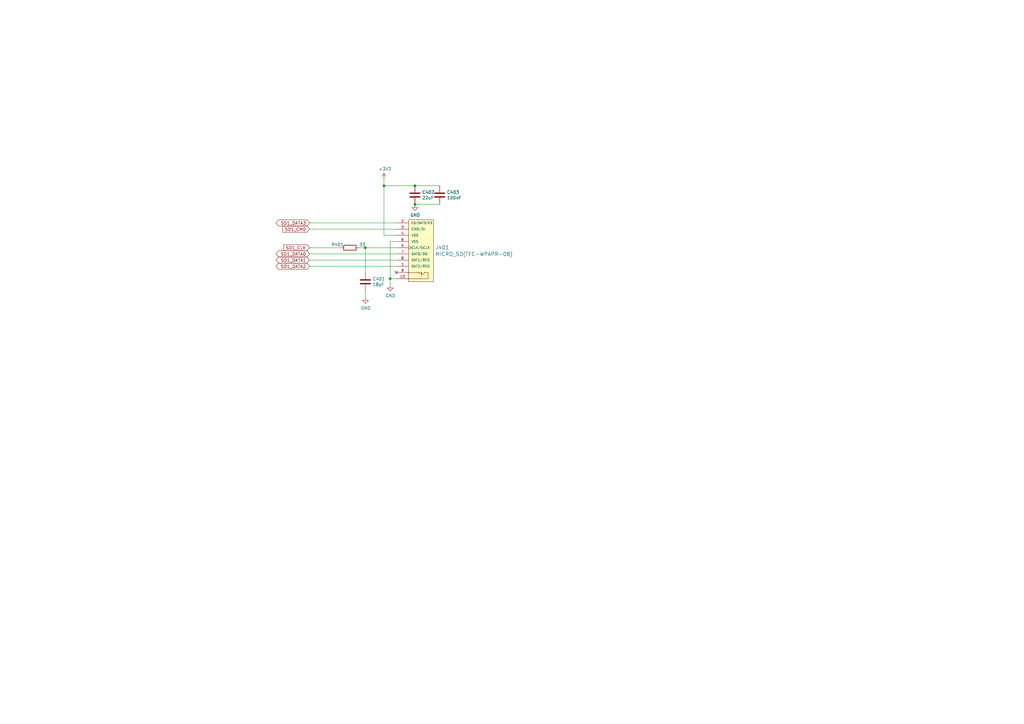
<source format=kicad_sch>
(kicad_sch (version 20210621) (generator eeschema)
  (paper "A3")
  (title_block (title "NekoInk Mainboard") (date "2021-08-21") (rev "R0.1") (company "Copyright 2021 Wenting Zhang") (comment 2 "MERCHANTABILITY, SATISFACTORY QUALITY AND FITNESS FOR A PARTICULAR PURPOSE.") (comment 3 "This source is distributed WITHOUT ANY EXPRESS OR IMPLIED WARRANTY, INCLUDING OF") (comment 4 "This source describes Open Hardware and is licensed under the CERN-OHL-P v2."))
  (lib_symbols
    (symbol "Device:C" (pin_numbers hide) (pin_names (offset 0.254))
      (property "Reference" "C" (at 0.635 2.54 0))
      (property "Value" "C" (at 0.635 -2.54 0))
      (symbol "C_0_1"
        (polyline (pts (xy -2.032 -0.762) (xy 2.032 -0.762)) (stroke (width 0.508)))
        (polyline (pts (xy -2.032 0.762) (xy 2.032 0.762)) (stroke (width 0.508)))
      )
      (symbol "C_1_1"
        (pin passive line (at 0 3.81 270) (length 2.794) (name "~") (number "1"))
        (pin passive line (at 0 -3.81 90) (length 2.794) (name "~") (number "2"))
      )
    )
    (symbol "Device:R" (pin_numbers hide) (pin_names (offset 0))
      (property "Reference" "R" (at 2.032 0 90))
      (property "Value" "R" (at 0 0 90))
      (symbol "R_0_1"
        (rectangle (start -1.016 -2.54) (end 1.016 2.54) (stroke (width 0.254)))
      )
      (symbol "R_1_1"
        (pin passive line (at 0 3.81 270) (length 1.27) (name "~") (number "1"))
        (pin passive line (at 0 -3.81 90) (length 1.27) (name "~") (number "2"))
      )
    )
    (symbol "power:+3V3" (power) (pin_names (offset 0))
      (property "Value" "+3V3" (at 0 3.556 0))
      (symbol "+3V3_0_1"
        (polyline (pts (xy -0.762 1.27) (xy 0 2.54)))
        (polyline (pts (xy 0 0) (xy 0 2.54)))
        (polyline (pts (xy 0 2.54) (xy 0.762 1.27)))
      )
      (symbol "+3V3_1_1"
        (pin power_in line (at 0 0 90) (length 0) hide (name "+3V3") (number "1"))
      )
    )
    (symbol "power:GND" (power) (pin_names (offset 0))
      (property "Value" "GND" (at 0 -3.81 0))
      (symbol "GND_0_1"
        (polyline (pts (xy 0 0) (xy 0 -1.27) (xy 1.27 -1.27) (xy 0 -2.54) (xy -1.27 -1.27) (xy 0 -1.27)))
      )
      (symbol "GND_1_1"
        (pin power_in line (at 0 0 270) (length 0) hide (name "GND") (number "1"))
      )
    )
    (symbol "symbols:MICRO_SD(TFC-WPAPR-08)" (pin_names (offset 1.016))
      (property "Reference" "MICRO_SD" (at 2.54 15.24 0))
      (property "Value" "MICRO_SD(TFC-WPAPR-08)" (at 0 -12.7 0))
      (symbol "MICRO_SD(TFC-WPAPR-08)_0_0"
        (rectangle (start -2.54 13.97) (end 7.62 -11.43) (fill (type background)))
        (polyline (pts (xy 2.6416 -7.5946) (xy 2.4638 -7.8994)))
        (polyline (pts (xy 2.6924 -7.6962) (xy 2.6924 -9.1694)))
        (polyline (pts (xy 2.667 -7.5438) (xy 2.921 -7.9756) (xy 2.8956 -7.9756)))
      )
      (symbol "MICRO_SD(TFC-WPAPR-08)_0_1"
        (circle (center 1.5494 -7.6454) (radius 0.1524))
        (circle (center 3.8862 -7.62) (radius 0.1524))
        (polyline (pts (xy -3.048 -7.6454) (xy 1.2954 -7.6454)))
        (polyline (pts (xy 1.7018 -7.7978) (xy 3.81 -8.4582)))
        (polyline (pts (xy -3.1496 -10.16) (xy 5.4102 -10.16) (xy 5.4102 -7.6454) (xy 4.1402 -7.6454)))
      )
      (symbol "MICRO_SD(TFC-WPAPR-08)_1_1"
        (pin bidirectional line (at -7.62 -5.08 0) (length 5.08) (name "DAT2/RES") (number "1"))
        (pin passive line (at -7.62 -10.16 0) (length 5.08) hide (name "~") (number "10"))
        (pin passive line (at -7.62 -10.16 0) (length 5.08) hide (name "~") (number "11"))
        (pin passive line (at -7.62 -10.16 0) (length 5.08) hide (name "~") (number "12"))
        (pin passive line (at -7.62 -10.16 0) (length 5.08) (name "~") (number "13"))
        (pin bidirectional line (at -7.62 12.7 0) (length 5.08) (name "CD/DAT3/CS") (number "2"))
        (pin input line (at -7.62 10.16 0) (length 5.08) (name "CMD/DI") (number "3"))
        (pin power_in line (at -7.62 7.62 0) (length 5.08) (name "VDD") (number "4"))
        (pin input clock (at -7.62 2.54 0) (length 5.08) (name "CLK/SCLK") (number "5"))
        (pin power_in line (at -7.62 5.08 0) (length 5.08) (name "VSS") (number "6"))
        (pin bidirectional line (at -7.62 0 0) (length 5.08) (name "DAT0/DO") (number "7"))
        (pin bidirectional line (at -7.62 -2.54 0) (length 5.08) (name "DAT1/RES") (number "8"))
        (pin passive line (at -7.62 -7.62 0) (length 5.08) (name "~") (number "9"))
      )
    )
  )
  (junction (at 149.86 101.6) (diameter 0.9144))
  (junction (at 157.48 76.2) (diameter 0.9144))
  (junction (at 160.02 114.3) (diameter 0.9144))
  (junction (at 170.18 76.2) (diameter 0.9144))
  (junction (at 170.18 83.82) (diameter 0.9144))
  (no_connect (at 162.56 111.76))
  (wire (pts (xy 127 91.44) (xy 162.56 91.44)))
  (wire (pts (xy 127 93.98) (xy 162.56 93.98)))
  (wire (pts (xy 127 101.6) (xy 139.7 101.6)))
  (wire (pts (xy 127 104.14) (xy 162.56 104.14)))
  (wire (pts (xy 127 106.68) (xy 162.56 106.68)))
  (wire (pts (xy 127 109.22) (xy 162.56 109.22)))
  (wire (pts (xy 147.32 101.6) (xy 149.86 101.6)))
  (wire (pts (xy 149.86 101.6) (xy 149.86 111.76)))
  (wire (pts (xy 149.86 101.6) (xy 162.56 101.6)))
  (wire (pts (xy 149.86 119.38) (xy 149.86 121.92)))
  (wire (pts (xy 157.48 73.66) (xy 157.48 76.2)))
  (wire (pts (xy 157.48 76.2) (xy 170.18 76.2)))
  (wire (pts (xy 157.48 96.52) (xy 157.48 76.2)))
  (wire (pts (xy 157.48 96.52) (xy 162.56 96.52)))
  (wire (pts (xy 160.02 99.06) (xy 160.02 114.3)))
  (wire (pts (xy 160.02 114.3) (xy 160.02 116.84)))
  (wire (pts (xy 162.56 99.06) (xy 160.02 99.06)))
  (wire (pts (xy 162.56 114.3) (xy 160.02 114.3)))
  (wire (pts (xy 180.34 76.2) (xy 170.18 76.2)))
  (wire (pts (xy 180.34 83.82) (xy 170.18 83.82)))
  (global_label "SD1_DATA3" (shape bidirectional) (at 127 91.44 180) (property "Intersheet References" "${INTERSHEET_REFS}" (effects hide)))
  (global_label "SD1_CMD" (shape input) (at 127 93.98 180) (property "Intersheet References" "${INTERSHEET_REFS}" (effects hide)))
  (global_label "SD1_CLK" (shape input) (at 127 101.6 180) (property "Intersheet References" "${INTERSHEET_REFS}" (effects hide)))
  (global_label "SD1_DATA0" (shape bidirectional) (at 127 104.14 180) (property "Intersheet References" "${INTERSHEET_REFS}" (effects hide)))
  (global_label "SD1_DATA1" (shape bidirectional) (at 127 106.68 180) (property "Intersheet References" "${INTERSHEET_REFS}" (effects hide)))
  (global_label "SD1_DATA2" (shape bidirectional) (at 127 109.22 180) (property "Intersheet References" "${INTERSHEET_REFS}" (effects hide)))
  (symbol (lib_id "power:+3V3") (at 157.48 73.66 0) (unit 1)
    (property "Reference" "#PWR0402" (effects hide))
    (property "Value" "+3V3" (at 157.861 69.2658 0))
  )
  (symbol (lib_id "power:GND") (at 149.86 121.92 0) (unit 1)
    (property "Reference" "#PWR0401" (effects hide))
    (property "Value" "GND" (at 149.987 126.3142 0))
  )
  (symbol (lib_id "power:GND") (at 160.02 116.84 0) (unit 1)
    (property "Reference" "#PWR0403" (effects hide))
    (property "Value" "GND" (at 160.147 121.2342 0))
  )
  (symbol (lib_id "power:GND") (at 170.18 83.82 0) (unit 1)
    (property "Reference" "#PWR0404" (effects hide))
    (property "Value" "GND" (at 170.307 88.2142 0))
  )
  (symbol (lib_id "Device:R") (at 143.51 101.6 270) (unit 1)
    (property "Reference" "R401" (at 138.43 100.33 90))
    (property "Value" "33" (at 148.59 100.33 90))
    (property "Footprint" "Resistor_SMD:R_0402_1005Metric" (effects hide))
  )
  (symbol (lib_id "Device:C") (at 149.86 115.57 0) (unit 1)
    (property "Reference" "C401" (at 152.781 114.4016 0) (effects (justify left)))
    (property "Value" "18pF" (at 152.781 116.713 0) (effects (justify left)))
    (property "Footprint" "Capacitor_SMD:C_0402_1005Metric" (effects hide))
  )
  (symbol (lib_id "Device:C") (at 170.18 80.01 0) (unit 1)
    (property "Reference" "C402" (at 173.101 78.842 0) (effects (justify left)))
    (property "Value" "22uF" (at 173.101 81.153 0) (effects (justify left)))
    (property "Footprint" "Capacitor_SMD:C_0603_1608Metric" (effects hide))
  )
  (symbol (lib_id "Device:C") (at 180.34 80.01 0) (unit 1)
    (property "Reference" "C403" (at 183.261 78.842 0) (effects (justify left)))
    (property "Value" "100nF" (at 183.261 81.153 0) (effects (justify left)))
    (property "Footprint" "Capacitor_SMD:C_0402_1005Metric" (effects hide))
  )
  (symbol (lib_id "symbols:MICRO_SD(TFC-WPAPR-08)") (at 170.18 104.14 0) (unit 1)
    (property "Reference" "J401" (at 178.511 101.524 0) (effects (font (size 1.524 1.524)) (justify left)))
    (property "Value" "MICRO_SD(TFC-WPAPR-08)" (at 178.5112 104.2162 0) (effects (font (size 1.524 1.524)) (justify left)))
    (property "Footprint" "footprints:TFC-WPAPR-08" (effects hide))
  )
)
</source>
